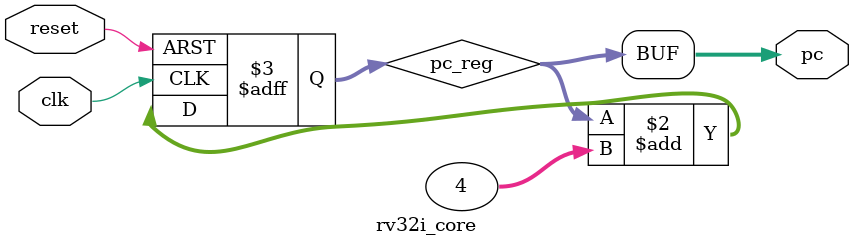
<source format=v>
module rv32i_core (
    input clk,
    input reset,
    output [31:0] pc
);
    reg [31:0] pc_reg;
    always @(posedge clk or posedge reset) begin
        if (reset) pc_reg <= 0;
        else pc_reg <= pc_reg + 4;
    end
    assign pc = pc_reg;
endmodule

</source>
